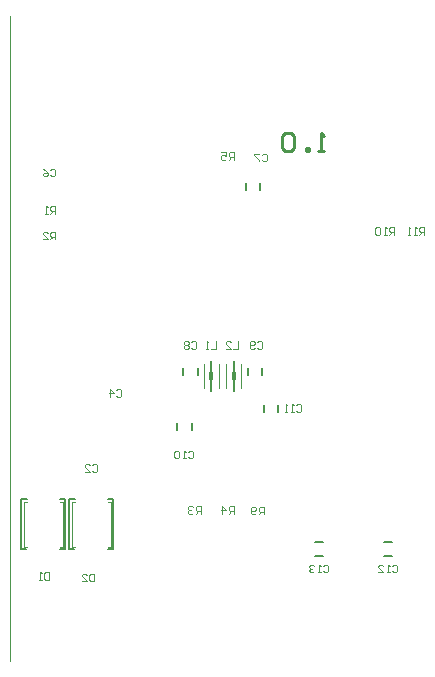
<source format=gbo>
%FSLAX44Y44*%
%MOMM*%
G71*
G01*
G75*
G04 Layer_Color=32896*
%ADD10R,0.5588X1.2700*%
%ADD11R,1.2700X0.5588*%
%ADD12R,2.5146X3.5052*%
%ADD13R,3.5052X2.5146*%
%ADD14R,1.3208X1.6002*%
%ADD15R,1.2192X1.2192*%
%ADD16R,0.6604X2.0320*%
%ADD17R,1.2192X1.2192*%
%ADD18R,2.0066X1.5240*%
%ADD19R,2.0066X3.8100*%
%ADD20R,1.6002X1.3208*%
%ADD21C,0.8128*%
%ADD22C,0.4064*%
%ADD23C,0.3048*%
%ADD24C,0.3050*%
%ADD25C,0.4060*%
%ADD26C,0.0000*%
G04:AMPARAMS|DCode=27|XSize=1.524mm|YSize=1.524mm|CornerRadius=0mm|HoleSize=0mm|Usage=FLASHONLY|Rotation=0.000|XOffset=0mm|YOffset=0mm|HoleType=Round|Shape=Octagon|*
%AMOCTAGOND27*
4,1,8,0.7620,-0.3810,0.7620,0.3810,0.3810,0.7620,-0.3810,0.7620,-0.7620,0.3810,-0.7620,-0.3810,-0.3810,-0.7620,0.3810,-0.7620,0.7620,-0.3810,0.0*
%
%ADD27OCTAGOND27*%

%ADD28O,3.0480X1.5240*%
%ADD29O,1.5240X3.0480*%
G04:AMPARAMS|DCode=30|XSize=1.524mm|YSize=1.524mm|CornerRadius=0mm|HoleSize=0mm|Usage=FLASHONLY|Rotation=270.000|XOffset=0mm|YOffset=0mm|HoleType=Round|Shape=Octagon|*
%AMOCTAGOND30*
4,1,8,-0.3810,-0.7620,0.3810,-0.7620,0.7620,-0.3810,0.7620,0.3810,0.3810,0.7620,-0.3810,0.7620,-0.7620,0.3810,-0.7620,-0.3810,-0.3810,-0.7620,0.0*
%
%ADD30OCTAGOND30*%

%ADD31C,1.2700*%
%ADD32R,0.8128X1.2192*%
%ADD33R,1.2192X0.8128*%
%ADD34R,1.0160X1.5240*%
%ADD35R,1.0160X1.2192*%
%ADD36R,2.7432X2.1590*%
%ADD37C,0.6096*%
%ADD38C,0.1524*%
%ADD39C,0.2032*%
%ADD40C,0.0508*%
%ADD41C,0.0518*%
%ADD42C,0.0648*%
%ADD43C,0.2540*%
%ADD44R,0.2032X0.2016*%
%ADD45R,1.2700X1.9050*%
%ADD46R,0.7620X1.7780*%
%ADD47R,1.2700X0.7620*%
%ADD48R,0.2016X0.2032*%
%ADD49R,0.9652X1.6764*%
%ADD50R,1.6764X0.9652*%
%ADD51R,2.9210X3.9116*%
%ADD52R,3.9116X2.9210*%
%ADD53R,1.7272X2.0066*%
%ADD54R,1.6256X1.6256*%
%ADD55R,1.0668X2.4384*%
%ADD56R,1.6256X1.6256*%
%ADD57R,2.4130X1.9304*%
%ADD58R,2.4130X4.2164*%
%ADD59R,2.0066X1.7272*%
G04:AMPARAMS|DCode=60|XSize=1.9304mm|YSize=1.9304mm|CornerRadius=0mm|HoleSize=0mm|Usage=FLASHONLY|Rotation=0.000|XOffset=0mm|YOffset=0mm|HoleType=Round|Shape=Octagon|*
%AMOCTAGOND60*
4,1,8,0.9652,-0.4826,0.9652,0.4826,0.4826,0.9652,-0.4826,0.9652,-0.9652,0.4826,-0.9652,-0.4826,-0.4826,-0.9652,0.4826,-0.9652,0.9652,-0.4826,0.0*
%
%ADD60OCTAGOND60*%

%ADD61O,3.4544X1.9304*%
%ADD62O,1.9304X3.4544*%
G04:AMPARAMS|DCode=63|XSize=1.9304mm|YSize=1.9304mm|CornerRadius=0mm|HoleSize=0mm|Usage=FLASHONLY|Rotation=270.000|XOffset=0mm|YOffset=0mm|HoleType=Round|Shape=Octagon|*
%AMOCTAGOND63*
4,1,8,-0.4826,-0.9652,0.4826,-0.9652,0.9652,-0.4826,0.9652,0.4826,0.4826,0.9652,-0.4826,0.9652,-0.9652,0.4826,-0.9652,-0.4826,-0.4826,-0.9652,0.0*
%
%ADD63OCTAGOND63*%

%ADD64C,1.6764*%
%ADD65R,1.2192X1.6256*%
%ADD66R,1.6256X1.2192*%
%ADD67R,1.4224X1.9304*%
%ADD68R,1.4224X1.6256*%
%ADD69R,3.1496X2.5654*%
%ADD70C,0.1270*%
%ADD71C,0.0762*%
%ADD72R,0.3024X0.7056*%
D26*
Y546100D01*
D38*
X258283Y100596D02*
X264331D01*
X258283Y88500D02*
X264331D01*
X316703Y100596D02*
X322751D01*
X316703Y88500D02*
X322751D01*
X214884Y210312D02*
Y216360D01*
X226980Y210312D02*
Y216360D01*
X199644Y398272D02*
Y404320D01*
X211740Y398272D02*
Y404320D01*
X158496Y242110D02*
Y248158D01*
X146400Y242110D02*
Y248158D01*
X213106Y242110D02*
Y248158D01*
X201010Y242110D02*
Y248158D01*
X50038Y94488D02*
Y136652D01*
X87122Y94488D02*
Y136652D01*
X50038D02*
X54356D01*
X82804D02*
X87122D01*
X82550Y94488D02*
X87122D01*
X50038D02*
X54102D01*
X9398D02*
Y136652D01*
X46482Y94488D02*
Y136652D01*
X9398D02*
X13716D01*
X42164D02*
X46482D01*
X41910Y94488D02*
X46482D01*
X9398D02*
X13462D01*
X153416Y195120D02*
Y201168D01*
X141320Y195120D02*
Y201168D01*
D40*
X52324Y96774D02*
Y134366D01*
Y96774D02*
X54356D01*
X82296D02*
X84836D01*
Y134366D01*
X52324D02*
X54610D01*
X82550D02*
X84836D01*
X11684Y96774D02*
Y134366D01*
Y96774D02*
X13716D01*
X41656D02*
X44196D01*
Y134366D01*
X11684D02*
X13970D01*
X41910D02*
X44196D01*
D41*
X189230Y424180D02*
Y430655D01*
X185993D01*
X184913Y429576D01*
Y427417D01*
X185993Y426338D01*
X189230D01*
X187072D02*
X184913Y424180D01*
X178438Y430655D02*
X182755D01*
Y427417D01*
X180597Y428497D01*
X179518D01*
X178438Y427417D01*
Y425259D01*
X179518Y424180D01*
X181676D01*
X182755Y425259D01*
X212853Y428306D02*
X213932Y429385D01*
X216091D01*
X217170Y428306D01*
Y423989D01*
X216091Y422910D01*
X213932D01*
X212853Y423989D01*
X210695Y429385D02*
X206378D01*
Y428306D01*
X210695Y423989D01*
Y422910D01*
X69343Y165416D02*
X70423Y166495D01*
X72581D01*
X73660Y165416D01*
Y161099D01*
X72581Y160020D01*
X70423D01*
X69343Y161099D01*
X62868Y160020D02*
X67185D01*
X62868Y164337D01*
Y165416D01*
X63948Y166495D01*
X66106D01*
X67185Y165416D01*
X89663Y228916D02*
X90743Y229995D01*
X92901D01*
X93980Y228916D01*
Y224599D01*
X92901Y223520D01*
X90743D01*
X89663Y224599D01*
X84268Y223520D02*
Y229995D01*
X87505Y226758D01*
X83188D01*
X150623Y176846D02*
X151702Y177925D01*
X153861D01*
X154940Y176846D01*
Y172529D01*
X153861Y171450D01*
X151702D01*
X150623Y172529D01*
X148465Y171450D02*
X146307D01*
X147386D01*
Y177925D01*
X148465Y176846D01*
X143069D02*
X141990Y177925D01*
X139832D01*
X138753Y176846D01*
Y172529D01*
X139832Y171450D01*
X141990D01*
X143069Y172529D01*
Y176846D01*
X242063Y216216D02*
X243143Y217295D01*
X245301D01*
X246380Y216216D01*
Y211899D01*
X245301Y210820D01*
X243143D01*
X242063Y211899D01*
X239905Y210820D02*
X237747D01*
X238826D01*
Y217295D01*
X239905Y216216D01*
X234509Y210820D02*
X232351D01*
X233430D01*
Y217295D01*
X234509Y216216D01*
X153163Y269556D02*
X154242Y270635D01*
X156401D01*
X157480Y269556D01*
Y265239D01*
X156401Y264160D01*
X154242D01*
X153163Y265239D01*
X151005Y269556D02*
X149926Y270635D01*
X147768D01*
X146688Y269556D01*
Y268477D01*
X147768Y267397D01*
X146688Y266318D01*
Y265239D01*
X147768Y264160D01*
X149926D01*
X151005Y265239D01*
Y266318D01*
X149926Y267397D01*
X151005Y268477D01*
Y269556D01*
X149926Y267397D02*
X147768D01*
X209043Y269556D02*
X210123Y270635D01*
X212281D01*
X213360Y269556D01*
Y265239D01*
X212281Y264160D01*
X210123D01*
X209043Y265239D01*
X206885D02*
X205806Y264160D01*
X203648D01*
X202568Y265239D01*
Y269556D01*
X203648Y270635D01*
X205806D01*
X206885Y269556D01*
Y268477D01*
X205806Y267397D01*
X202568D01*
X173990Y270635D02*
Y264160D01*
X169673D01*
X167515D02*
X165357D01*
X166436D01*
Y270635D01*
X167515Y269556D01*
X193040Y270635D02*
Y264160D01*
X188723D01*
X182248D02*
X186565D01*
X182248Y268477D01*
Y269556D01*
X183328Y270635D01*
X185486D01*
X186565Y269556D01*
X161290Y124460D02*
Y130935D01*
X158053D01*
X156973Y129856D01*
Y127697D01*
X158053Y126618D01*
X161290D01*
X159132D02*
X156973Y124460D01*
X154815Y129856D02*
X153736Y130935D01*
X151578D01*
X150499Y129856D01*
Y128777D01*
X151578Y127697D01*
X152657D01*
X151578D01*
X150499Y126618D01*
Y125539D01*
X151578Y124460D01*
X153736D01*
X154815Y125539D01*
X189230Y124460D02*
Y130935D01*
X185993D01*
X184913Y129856D01*
Y127697D01*
X185993Y126618D01*
X189230D01*
X187072D02*
X184913Y124460D01*
X179518D02*
Y130935D01*
X182755Y127697D01*
X178438D01*
X214510Y123942D02*
Y130417D01*
X211272D01*
X210193Y129338D01*
Y127179D01*
X211272Y126100D01*
X214510D01*
X212351D02*
X210193Y123942D01*
X208035Y125021D02*
X206956Y123942D01*
X204797D01*
X203718Y125021D01*
Y129338D01*
X204797Y130417D01*
X206956D01*
X208035Y129338D01*
Y128258D01*
X206956Y127179D01*
X203718D01*
X33783Y415606D02*
X34862Y416685D01*
X37021D01*
X38100Y415606D01*
Y411289D01*
X37021Y410210D01*
X34862D01*
X33783Y411289D01*
X27308Y416685D02*
X29467Y415606D01*
X31625Y413447D01*
Y411289D01*
X30546Y410210D01*
X28388D01*
X27308Y411289D01*
Y412368D01*
X28388Y413447D01*
X31625D01*
X323343Y80326D02*
X324422Y81405D01*
X326581D01*
X327660Y80326D01*
Y76009D01*
X326581Y74930D01*
X324422D01*
X323343Y76009D01*
X321185Y74930D02*
X319027D01*
X320106D01*
Y81405D01*
X321185Y80326D01*
X311473Y74930D02*
X315789D01*
X311473Y79247D01*
Y80326D01*
X312552Y81405D01*
X314710D01*
X315789Y80326D01*
X264923D02*
X266003Y81405D01*
X268161D01*
X269240Y80326D01*
Y76009D01*
X268161Y74930D01*
X266003D01*
X264923Y76009D01*
X262765Y74930D02*
X260607D01*
X261686D01*
Y81405D01*
X262765Y80326D01*
X257369D02*
X256290Y81405D01*
X254132D01*
X253053Y80326D01*
Y79247D01*
X254132Y78168D01*
X255211D01*
X254132D01*
X253053Y77088D01*
Y76009D01*
X254132Y74930D01*
X256290D01*
X257369Y76009D01*
X38100Y356870D02*
Y363345D01*
X34862D01*
X33783Y362266D01*
Y360107D01*
X34862Y359028D01*
X38100D01*
X35942D02*
X33783Y356870D01*
X27308D02*
X31625D01*
X27308Y361187D01*
Y362266D01*
X28388Y363345D01*
X30546D01*
X31625Y362266D01*
X38100Y378460D02*
Y384935D01*
X34862D01*
X33783Y383856D01*
Y381698D01*
X34862Y380618D01*
X38100D01*
X35942D02*
X33783Y378460D01*
X31625D02*
X29467D01*
X30546D01*
Y384935D01*
X31625Y383856D01*
X325120Y360680D02*
Y367155D01*
X321883D01*
X320803Y366076D01*
Y363918D01*
X321883Y362838D01*
X325120D01*
X322962D02*
X320803Y360680D01*
X318645D02*
X316487D01*
X317566D01*
Y367155D01*
X318645Y366076D01*
X313249D02*
X312170Y367155D01*
X310012D01*
X308933Y366076D01*
Y361759D01*
X310012Y360680D01*
X312170D01*
X313249Y361759D01*
Y366076D01*
X350520Y360680D02*
Y367155D01*
X347282D01*
X346203Y366076D01*
Y363918D01*
X347282Y362838D01*
X350520D01*
X348362D02*
X346203Y360680D01*
X344045D02*
X341887D01*
X342966D01*
Y367155D01*
X344045Y366076D01*
X338649Y360680D02*
X336491D01*
X337570D01*
Y367155D01*
X338649Y366076D01*
D42*
X33020Y75055D02*
Y68580D01*
X29783D01*
X28703Y69659D01*
Y73976D01*
X29783Y75055D01*
X33020D01*
X26545Y68580D02*
X24387D01*
X25466D01*
Y75055D01*
X26545Y73976D01*
X71120Y73785D02*
Y67310D01*
X67882D01*
X66803Y68389D01*
Y72706D01*
X67882Y73785D01*
X71120D01*
X60328Y67310D02*
X64645D01*
X60328Y71627D01*
Y72706D01*
X61408Y73785D01*
X63566D01*
X64645Y72706D01*
D43*
X265430Y431800D02*
X260352D01*
X262891D01*
Y447035D01*
X265430Y444496D01*
X252734Y431800D02*
Y434339D01*
X250195D01*
Y431800D01*
X252734D01*
X240038Y444496D02*
X237499Y447035D01*
X232421D01*
X229881Y444496D01*
Y434339D01*
X232421Y431800D01*
X237499D01*
X240038Y434339D01*
Y444496D01*
D70*
X170180Y228300D02*
Y253492D01*
X189230Y228300D02*
Y253492D01*
D71*
X176530Y231300D02*
Y251460D01*
X163930Y231300D02*
Y251460D01*
X195580Y231300D02*
Y251460D01*
X182980Y231300D02*
Y251460D01*
D72*
X170192Y241328D02*
D03*
X189242D02*
D03*
M02*

</source>
